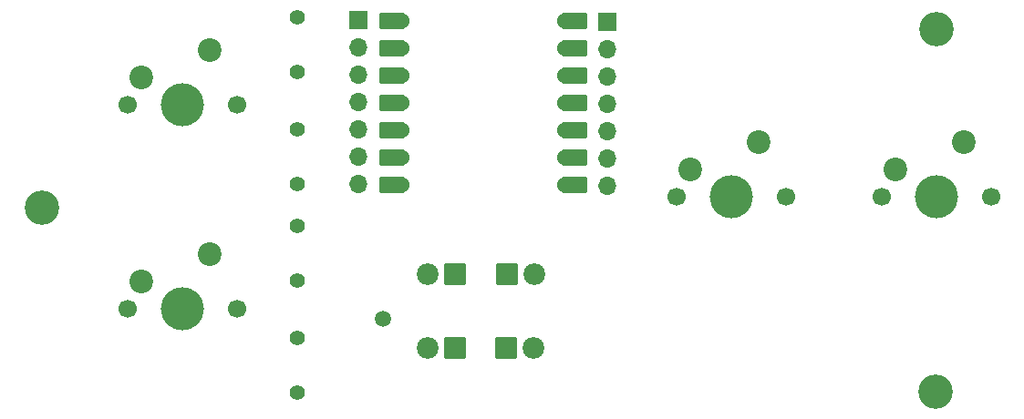
<source format=gbr>
%TF.GenerationSoftware,KiCad,Pcbnew,9.0.3*%
%TF.CreationDate,2025-07-31T20:43:01+07:00*%
%TF.ProjectId,DIY Gamepad,44495920-4761-46d6-9570-61642e6b6963,rev?*%
%TF.SameCoordinates,Original*%
%TF.FileFunction,Soldermask,Top*%
%TF.FilePolarity,Negative*%
%FSLAX46Y46*%
G04 Gerber Fmt 4.6, Leading zero omitted, Abs format (unit mm)*
G04 Created by KiCad (PCBNEW 9.0.3) date 2025-07-31 20:43:01*
%MOMM*%
%LPD*%
G01*
G04 APERTURE LIST*
G04 Aperture macros list*
%AMRoundRect*
0 Rectangle with rounded corners*
0 $1 Rounding radius*
0 $2 $3 $4 $5 $6 $7 $8 $9 X,Y pos of 4 corners*
0 Add a 4 corners polygon primitive as box body*
4,1,4,$2,$3,$4,$5,$6,$7,$8,$9,$2,$3,0*
0 Add four circle primitives for the rounded corners*
1,1,$1+$1,$2,$3*
1,1,$1+$1,$4,$5*
1,1,$1+$1,$6,$7*
1,1,$1+$1,$8,$9*
0 Add four rect primitives between the rounded corners*
20,1,$1+$1,$2,$3,$4,$5,0*
20,1,$1+$1,$4,$5,$6,$7,0*
20,1,$1+$1,$6,$7,$8,$9,0*
20,1,$1+$1,$8,$9,$2,$3,0*%
G04 Aperture macros list end*
%ADD10C,1.400000*%
%ADD11C,1.700000*%
%ADD12C,4.000000*%
%ADD13C,2.200000*%
%ADD14C,2.019000*%
%ADD15RoundRect,0.102000X-0.907500X-0.907500X0.907500X-0.907500X0.907500X0.907500X-0.907500X0.907500X0*%
%ADD16C,3.200000*%
%ADD17RoundRect,0.152400X1.063600X0.609600X-1.063600X0.609600X-1.063600X-0.609600X1.063600X-0.609600X0*%
%ADD18C,1.524000*%
%ADD19RoundRect,0.152400X-1.063600X-0.609600X1.063600X-0.609600X1.063600X0.609600X-1.063600X0.609600X0*%
%ADD20RoundRect,0.102000X0.907500X0.907500X-0.907500X0.907500X-0.907500X-0.907500X0.907500X-0.907500X0*%
%ADD21C,1.500000*%
%ADD22R,1.700000X1.700000*%
%ADD23O,1.700000X1.700000*%
G04 APERTURE END LIST*
D10*
%TO.C,R2*%
X129744973Y-100400300D03*
X129744973Y-95320300D03*
%TD*%
%TO.C,R1*%
X129729973Y-90000300D03*
X129729973Y-84920300D03*
%TD*%
D11*
%TO.C,SW4*%
X183968723Y-101600300D03*
D12*
X189048723Y-101600300D03*
D11*
X194128723Y-101600300D03*
D13*
X191588723Y-96520300D03*
X185238723Y-99060300D03*
%TD*%
D10*
%TO.C,R3*%
X129744973Y-109350300D03*
X129744973Y-104270300D03*
%TD*%
D14*
%TO.C,D4*%
X151682900Y-115650300D03*
D15*
X149142900Y-115650300D03*
%TD*%
D16*
%TO.C,H1*%
X105979973Y-102600300D03*
%TD*%
D10*
%TO.C,R4*%
X129744973Y-119740300D03*
X129744973Y-114660300D03*
%TD*%
D16*
%TO.C,H2*%
X189048723Y-85950300D03*
%TD*%
D17*
%TO.C,U1*%
X138505400Y-85270300D03*
D18*
X139340400Y-85270300D03*
D17*
X138505400Y-87810300D03*
D18*
X139340400Y-87810300D03*
D17*
X138505400Y-90350300D03*
D18*
X139340400Y-90350300D03*
D17*
X138505400Y-92890300D03*
D18*
X139340400Y-92890300D03*
D17*
X138505400Y-95430300D03*
D18*
X139340400Y-95430300D03*
D17*
X138505400Y-97970300D03*
D18*
X139340400Y-97970300D03*
D17*
X138505400Y-100510300D03*
D18*
X139340400Y-100510300D03*
X154580400Y-100510300D03*
D19*
X155415400Y-100510300D03*
D18*
X154580400Y-97970300D03*
D19*
X155415400Y-97970300D03*
D18*
X154580400Y-95430300D03*
D19*
X155415400Y-95430300D03*
D18*
X154580400Y-92890300D03*
D19*
X155415400Y-92890300D03*
D18*
X154580400Y-90350300D03*
D19*
X155415400Y-90350300D03*
D18*
X154580400Y-87810300D03*
D19*
X155415400Y-87810300D03*
D18*
X154580400Y-85270300D03*
D19*
X155415400Y-85270300D03*
%TD*%
D14*
%TO.C,D1*%
X141839973Y-108770300D03*
D20*
X144379973Y-108770300D03*
%TD*%
D14*
%TO.C,D2*%
X151729973Y-108770300D03*
D15*
X149189973Y-108770300D03*
%TD*%
D16*
%TO.C,H3*%
X188979973Y-119700300D03*
%TD*%
D11*
%TO.C,SW2*%
X164901223Y-101600300D03*
D12*
X169981223Y-101600300D03*
D11*
X175061223Y-101600300D03*
D13*
X172521223Y-96520300D03*
X166171223Y-99060300D03*
%TD*%
D21*
%TO.C,J3*%
X137689973Y-112880300D03*
%TD*%
D22*
%TO.C,J1*%
X135415400Y-85170300D03*
D23*
X135415400Y-87710300D03*
X135415400Y-90250300D03*
X135415400Y-92790300D03*
X135415400Y-95330300D03*
X135415400Y-97870300D03*
X135415400Y-100410300D03*
%TD*%
D22*
%TO.C,J2*%
X158490400Y-85280300D03*
D23*
X158490400Y-87820300D03*
X158490400Y-90360300D03*
X158490400Y-92900300D03*
X158490400Y-95440300D03*
X158490400Y-97980300D03*
X158490400Y-100520300D03*
%TD*%
D11*
%TO.C,SW1*%
X113960337Y-92988163D03*
D12*
X119040337Y-92988163D03*
D11*
X124120337Y-92988163D03*
D13*
X121580337Y-87908163D03*
X115230337Y-90448163D03*
%TD*%
D14*
%TO.C,D3*%
X141849973Y-115650300D03*
D20*
X144389973Y-115650300D03*
%TD*%
D11*
%TO.C,SW3*%
X113960337Y-111988163D03*
D12*
X119040337Y-111988163D03*
D11*
X124120337Y-111988163D03*
D13*
X121580337Y-106908163D03*
X115230337Y-109448163D03*
%TD*%
M02*

</source>
